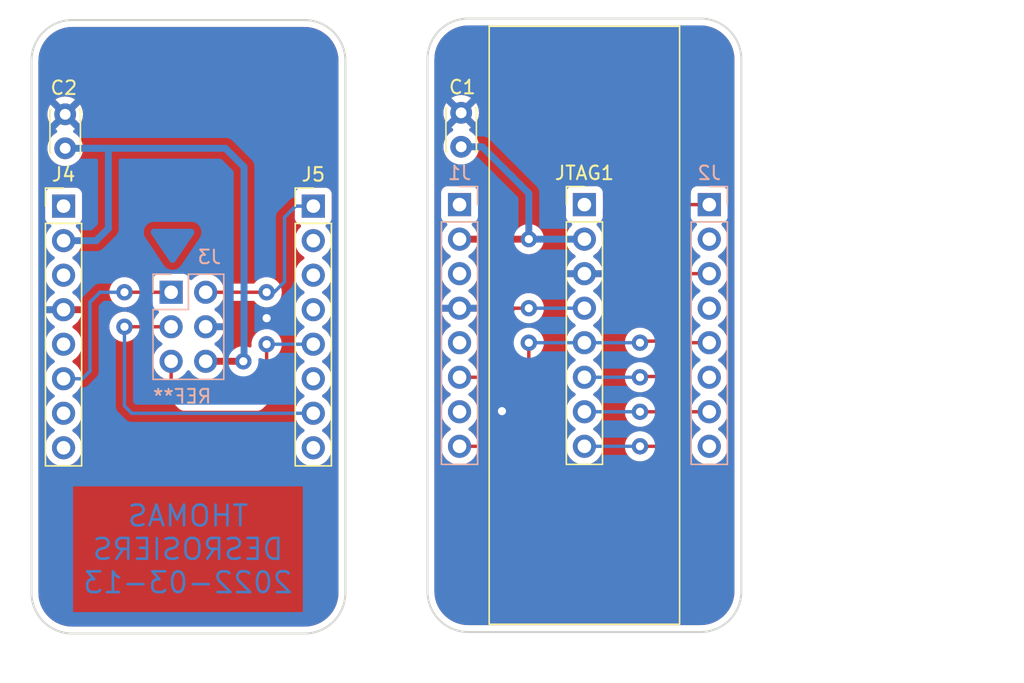
<source format=kicad_pcb>
(kicad_pcb (version 20211014) (generator pcbnew)
  (title_block (title "JTAG_ISP") (date "2022-03-12") (rev "v1.0.0"))
  (layers (0 "F.Cu" signal) (31 "B.Cu" signal) (34 "B.Paste" user) (35 "F.Paste" user) (36 "B.SilkS" user "B.Silkscreen") (37 "F.SilkS" user "F.Silkscreen") (38 "B.Mask" user) (39 "F.Mask" user) (44 "Edge.Cuts" user))
  (net 0 "")
  (net 1 "+5V")
  (net 2 "GND")
  (net 3 "MISO")
  (net 4 "SCLK")
  (net 5 "RESET")
  (net 6 "MOSI")
  (net 13 "Net-(J1-Pad6)")
  (net 15 "Net-(J1-Pad8)")
  (net 17 "Net-(J2-Pad3)")
  (net 19 "Net-(J2-Pad5)")
  (net 21 "Net-(J2-Pad7)")
  (footprint "THOMAS_library:PicKit4-2" (layer "F.Cu") (at 136.073236 72.245474)
    (fp_text reference "JTAG1" (at 0 -2.33) (layer "F.SilkS"))
    (fp_text value "PICkit4")
    (fp_line (start 1.33 1.27) (end 1.33 19.11) (layer "F.SilkS") (width 0.12))
    (fp_line (start -1.33 1.27) (end -1.33 19.11) (layer "F.SilkS") (width 0.12))
    (fp_line (start -1.33 19.11) (end 1.33 19.11) (layer "F.SilkS") (width 0.12))
    (fp_line (start -1.33 0) (end -1.33 -1.33) (layer "F.SilkS") (width 0.12))
    (fp_line (start -1.33 -1.33) (end 0 -1.33) (layer "F.SilkS") (width 0.12))
    (fp_line (start -1.33 1.27) (end 1.33 1.27) (layer "F.SilkS") (width 0.12))
    (fp_rect (start -7 -13.125) (end 7 30.875) (layer "F.SilkS") (width 0.12) (fill none))
    (pad "1" thru_hole rect (at 0 0) (size 1.7 1.7) (drill 1) (layers *.Cu *.Mask))
    (pad "2" thru_hole oval (at 0 2.54) (size 1.7 1.7) (drill 1) (layers *.Cu *.Mask) (net 1 "+5V"))
    (pad "3" thru_hole oval (at 0 5.08) (size 1.7 1.7) (drill 1) (layers *.Cu *.Mask) (net 2 "GND"))
    (pad "4" thru_hole oval (at 0 7.62) (size 1.7 1.7) (drill 1) (layers *.Cu *.Mask) (net 13 "Net-(J1-Pad6)"))
    (pad "5" thru_hole oval (at 0 10.16) (size 1.7 1.7) (drill 1) (layers *.Cu *.Mask) (net 15 "Net-(J1-Pad8)"))
    (pad "6" thru_hole oval (at 0 12.7) (size 1.7 1.7) (drill 1) (layers *.Cu *.Mask) (net 17 "Net-(J2-Pad3)"))
    (pad "7" thru_hole oval (at 0 15.24) (size 1.7 1.7) (drill 1) (layers *.Cu *.Mask) (net 19 "Net-(J2-Pad5)"))
    (pad "8" thru_hole oval (at 0 17.78) (size 1.7 1.7) (drill 1) (layers *.Cu *.Mask) (net 21 "Net-(J2-Pad7)"))
  )
  (footprint "Capacitor_THT:C_Disc_D3.0mm_W2.0mm_P2.50mm" (layer "F.Cu") (at 97.900007 68.099991 90)
    (fp_text reference "C2" (at 4.449991 -0.100007 180) (layer "F.SilkS"))
    (fp_text value "100nF")
    (fp_line (start -0.37 -1.12) (end -0.37 -1.055) (layer "F.SilkS") (width 0.12))
    (fp_line (start 2.87 -1.12) (end 2.87 -1.055) (layer "F.SilkS") (width 0.12))
    (fp_line (start -0.37 -1.12) (end 2.87 -1.12) (layer "F.SilkS") (width 0.12))
    (fp_line (start 2.87 1.055) (end 2.87 1.12) (layer "F.SilkS") (width 0.12))
    (fp_line (start -0.37 1.055) (end -0.37 1.12) (layer "F.SilkS") (width 0.12))
    (fp_line (start -0.37 1.12) (end 2.87 1.12) (layer "F.SilkS") (width 0.12))
    (pad "1" thru_hole circle locked (at 0 0 90) (size 1.6 1.6) (drill 0.8) (layers *.Cu *.Mask) (net 1 "+5V"))
    (pad "2" thru_hole circle locked (at 2.5 0 90) (size 1.6 1.6) (drill 0.8) (layers *.Cu *.Mask) (net 2 "GND"))
  )
  (footprint "Connector_PinHeader_2.54mm:PinHeader_1x08_P2.54mm_Vertical" (layer "F.Cu") (at 97.779992 72.355761)
    (fp_text reference "J4" (at 0 -2.33) (layer "F.SilkS"))
    (fp_text value "Conn_01x08")
    (fp_line (start -1.33 19.11) (end 1.33 19.11) (layer "F.SilkS") (width 0.12))
    (fp_line (start -1.33 1.27) (end 1.33 1.27) (layer "F.SilkS") (width 0.12))
    (fp_line (start -1.33 -1.33) (end 0 -1.33) (layer "F.SilkS") (width 0.12))
    (fp_line (start -1.33 1.27) (end -1.33 19.11) (layer "F.SilkS") (width 0.12))
    (fp_line (start 1.33 1.27) (end 1.33 19.11) (layer "F.SilkS") (width 0.12))
    (fp_line (start -1.33 0) (end -1.33 -1.33) (layer "F.SilkS") (width 0.12))
    (pad "1" thru_hole rect locked (at 0 0) (size 1.7 1.7) (drill 1) (layers *.Cu *.Mask))
    (pad "2" thru_hole oval locked (at 0 2.54) (size 1.7 1.7) (drill 1) (layers *.Cu *.Mask) (net 1 "+5V"))
    (pad "3" thru_hole oval locked (at 0 5.08) (size 1.7 1.7) (drill 1) (layers *.Cu *.Mask))
    (pad "4" thru_hole oval locked (at 0 7.62) (size 1.7 1.7) (drill 1) (layers *.Cu *.Mask) (net 2 "GND"))
    (pad "5" thru_hole oval locked (at 0 10.16) (size 1.7 1.7) (drill 1) (layers *.Cu *.Mask))
    (pad "6" thru_hole oval locked (at 0 12.7) (size 1.7 1.7) (drill 1) (layers *.Cu *.Mask) (net 3 "MISO"))
    (pad "7" thru_hole oval locked (at 0 15.24) (size 1.7 1.7) (drill 1) (layers *.Cu *.Mask))
    (pad "8" thru_hole oval locked (at 0 17.78) (size 1.7 1.7) (drill 1) (layers *.Cu *.Mask))
  )
  (footprint "Capacitor_THT:C_Disc_D3.0mm_W2.0mm_P2.50mm" (layer "F.Cu") (at 127.012217 67.989729 90)
    (fp_text reference "C1" (at 4.389729 0.087783 180) (layer "F.SilkS"))
    (fp_text value "100nF")
    (fp_line (start -0.37 1.12) (end 2.87 1.12) (layer "F.SilkS") (width 0.12))
    (fp_line (start 2.87 1.055) (end 2.87 1.12) (layer "F.SilkS") (width 0.12))
    (fp_line (start -0.37 -1.12) (end -0.37 -1.055) (layer "F.SilkS") (width 0.12))
    (fp_line (start -0.37 -1.12) (end 2.87 -1.12) (layer "F.SilkS") (width 0.12))
    (fp_line (start -0.37 1.055) (end -0.37 1.12) (layer "F.SilkS") (width 0.12))
    (fp_line (start 2.87 -1.12) (end 2.87 -1.055) (layer "F.SilkS") (width 0.12))
    (pad "1" thru_hole circle locked (at 0 0 90) (size 1.6 1.6) (drill 0.8) (layers *.Cu *.Mask) (net 1 "+5V"))
    (pad "2" thru_hole circle locked (at 2.5 0 90) (size 1.6 1.6) (drill 0.8) (layers *.Cu *.Mask) (net 2 "GND"))
  )
  (footprint "Connector_PinHeader_2.54mm:PinHeader_1x08_P2.54mm_Vertical" (layer "F.Cu") (at 116.142008 72.355761)
    (fp_text reference "J5" (at 0 -2.33) (layer "F.SilkS"))
    (fp_text value "Conn_01x08")
    (fp_line (start 1.33 1.27) (end 1.33 19.11) (layer "F.SilkS") (width 0.12))
    (fp_line (start -1.33 1.27) (end 1.33 1.27) (layer "F.SilkS") (width 0.12))
    (fp_line (start -1.33 1.27) (end -1.33 19.11) (layer "F.SilkS") (width 0.12))
    (fp_line (start -1.33 19.11) (end 1.33 19.11) (layer "F.SilkS") (width 0.12))
    (fp_line (start -1.33 -1.33) (end 0 -1.33) (layer "F.SilkS") (width 0.12))
    (fp_line (start -1.33 0) (end -1.33 -1.33) (layer "F.SilkS") (width 0.12))
    (pad "1" thru_hole rect locked (at 0 0) (size 1.7 1.7) (drill 1) (layers *.Cu *.Mask) (net 4 "SCLK"))
    (pad "2" thru_hole oval locked (at 0 2.54) (size 1.7 1.7) (drill 1) (layers *.Cu *.Mask))
    (pad "3" thru_hole oval locked (at 0 5.08) (size 1.7 1.7) (drill 1) (layers *.Cu *.Mask))
    (pad "4" thru_hole oval locked (at 0 7.62) (size 1.7 1.7) (drill 1) (layers *.Cu *.Mask))
    (pad "5" thru_hole oval locked (at 0 10.16) (size 1.7 1.7) (drill 1) (layers *.Cu *.Mask) (net 6 "MOSI"))
    (pad "6" thru_hole oval locked (at 0 12.7) (size 1.7 1.7) (drill 1) (layers *.Cu *.Mask))
    (pad "7" thru_hole oval locked (at 0 15.24) (size 1.7 1.7) (drill 1) (layers *.Cu *.Mask) (net 5 "RESET"))
    (pad "8" thru_hole oval locked (at 0 17.78) (size 1.7 1.7) (drill 1) (layers *.Cu *.Mask))
  )
  (footprint "Connector_PinHeader_2.54mm:PinHeader_1x08_P2.54mm_Vertical" (layer "B.Cu") (at 145.254218 72.245474 180)
    (fp_text reference "J2" (at 0 2.33) (layer "B.SilkS") (effects (justify mirror)))
    (fp_text value "Conn_01x08")
    (fp_line (start -1.33 0) (end -1.33 1.33) (layer "B.SilkS") (width 0.12))
    (fp_line (start -1.33 -19.11) (end 1.33 -19.11) (layer "B.SilkS") (width 0.12))
    (fp_line (start -1.33 -1.27) (end 1.33 -1.27) (layer "B.SilkS") (width 0.12))
    (fp_line (start -1.33 -1.27) (end -1.33 -19.11) (layer "B.SilkS") (width 0.12))
    (fp_line (start -1.33 1.33) (end 0 1.33) (layer "B.SilkS") (width 0.12))
    (fp_line (start 1.33 -1.27) (end 1.33 -19.11) (layer "B.SilkS") (width 0.12))
    (pad "1" thru_hole rect locked (at 0 0 180) (size 1.7 1.7) (drill 1) (layers *.Cu *.Mask) (net 15 "Net-(J1-Pad8)"))
    (pad "2" thru_hole oval locked (at 0 -2.54 180) (size 1.7 1.7) (drill 1) (layers *.Cu *.Mask))
    (pad "3" thru_hole oval locked (at 0 -5.08 180) (size 1.7 1.7) (drill 1) (layers *.Cu *.Mask) (net 17 "Net-(J2-Pad3)"))
    (pad "4" thru_hole oval locked (at 0 -7.62 180) (size 1.7 1.7) (drill 1) (layers *.Cu *.Mask))
    (pad "5" thru_hole oval locked (at 0 -10.16 180) (size 1.7 1.7) (drill 1) (layers *.Cu *.Mask) (net 19 "Net-(J2-Pad5)"))
    (pad "6" thru_hole oval locked (at 0 -12.7 180) (size 1.7 1.7) (drill 1) (layers *.Cu *.Mask))
    (pad "7" thru_hole oval locked (at 0 -15.24 180) (size 1.7 1.7) (drill 1) (layers *.Cu *.Mask) (net 21 "Net-(J2-Pad7)"))
    (pad "8" thru_hole oval locked (at 0 -17.78 180) (size 1.7 1.7) (drill 1) (layers *.Cu *.Mask))
  )
  (footprint "Connector_PinSocket_2.54mm:PinSocket_2x03_P2.54mm_Vertical" (layer "B.Cu") (at 105.689959 78.691791 180)
    (fp_text reference "J3" (at -2.810041 2.591791) (layer "B.SilkS") (effects (justify mirror)))
    (fp_text value "Conn_02x03_Counter_Clockwise")
    (fp_line (start -3.87 1.33) (end -3.87 -6.41) (layer "B.SilkS") (width 0.12))
    (fp_line (start 1.33 -1.27) (end 1.33 -6.41) (layer "B.SilkS") (width 0.12))
    (fp_line (start 1.33 1.33) (end 1.33 0) (layer "B.SilkS") (width 0.12))
    (fp_line (start -3.87 1.33) (end -1.27 1.33) (layer "B.SilkS") (width 0.12))
    (fp_line (start -1.27 1.33) (end -1.27 -1.27) (layer "B.SilkS") (width 0.12))
    (fp_line (start -1.27 -1.27) (end 1.33 -1.27) (layer "B.SilkS") (width 0.12))
    (fp_line (start -3.87 -6.41) (end 1.33 -6.41) (layer "B.SilkS") (width 0.12))
    (fp_line (start 0 1.33) (end 1.33 1.33) (layer "B.SilkS") (width 0.12))
    (pad "1" thru_hole rect locked (at 0 0 180) (size 1.7 1.7) (drill 1) (layers *.Cu *.Mask) (net 3 "MISO"))
    (pad "2" thru_hole oval locked (at -2.54 0 180) (size 1.7 1.7) (drill 1) (layers *.Cu *.Mask) (net 4 "SCLK"))
    (pad "3" thru_hole oval locked (at 0 -2.54 180) (size 1.7 1.7) (drill 1) (layers *.Cu *.Mask) (net 5 "RESET"))
    (pad "4" thru_hole oval locked (at -2.54 -2.54 180) (size 1.7 1.7) (drill 1) (layers *.Cu *.Mask) (net 2 "GND"))
    (pad "5" thru_hole oval locked (at 0 -5.08 180) (size 1.7 1.7) (drill 1) (layers *.Cu *.Mask) (net 6 "MOSI"))
    (pad "6" thru_hole oval locked (at -2.54 -5.08 180) (size 1.7 1.7) (drill 1) (layers *.Cu *.Mask) (net 1 "+5V"))
  )
  (footprint "Connector_PinHeader_2.54mm:PinHeader_1x08_P2.54mm_Vertical" (layer "B.Cu") (at 126.892228 72.245479 180)
    (fp_text reference "J1" (at 0 2.33) (layer "B.SilkS") (effects (justify mirror)))
    (fp_text value "Conn_01x08")
    (fp_line (start -1.33 1.33) (end 0 1.33) (layer "B.SilkS") (width 0.12))
    (fp_line (start 1.33 -1.27) (end 1.33 -19.11) (layer "B.SilkS") (width 0.12))
    (fp_line (start -1.33 -1.27) (end 1.33 -1.27) (layer "B.SilkS") (width 0.12))
    (fp_line (start -1.33 -1.27) (end -1.33 -19.11) (layer "B.SilkS") (width 0.12))
    (fp_line (start -1.33 -19.11) (end 1.33 -19.11) (layer "B.SilkS") (width 0.12))
    (fp_line (start -1.33 0) (end -1.33 1.33) (layer "B.SilkS") (width 0.12))
    (pad "1" thru_hole rect locked (at 0 0 180) (size 1.7 1.7) (drill 1) (layers *.Cu *.Mask))
    (pad "2" thru_hole oval locked (at 0 -2.54 180) (size 1.7 1.7) (drill 1) (layers *.Cu *.Mask) (net 1 "+5V"))
    (pad "3" thru_hole oval locked (at 0 -5.08 180) (size 1.7 1.7) (drill 1) (layers *.Cu *.Mask))
    (pad "4" thru_hole oval locked (at 0 -7.62 180) (size 1.7 1.7) (drill 1) (layers *.Cu *.Mask) (net 2 "GND"))
    (pad "5" thru_hole oval locked (at 0 -10.16 180) (size 1.7 1.7) (drill 1) (layers *.Cu *.Mask))
    (pad "6" thru_hole oval locked (at 0 -12.7 180) (size 1.7 1.7) (drill 1) (layers *.Cu *.Mask) (net 13 "Net-(J1-Pad6)"))
    (pad "7" thru_hole oval locked (at 0 -15.24 180) (size 1.7 1.7) (drill 1) (layers *.Cu *.Mask))
    (pad "8" thru_hole oval locked (at 0 -17.78 180) (size 1.7 1.7) (drill 1) (layers *.Cu *.Mask) (net 15 "Net-(J1-Pad8)"))
  )
  (footprint "THOMAS_library:Fleche" (layer "B.Cu") (at 106.15 75.05 90)
    (fp_text reference "REF**" (at -11.3 0.35 unlocked) (layer "B.SilkS") (effects (justify mirror)))
    (fp_text value "Fleche")
    (fp_line (start 0.625 0.37) (end 0.025 -0.98) (layer "B.Cu") (width 0.508))
    (fp_line (start 0.525 0.545) (end 0.525 -1.305) (layer "B.Cu") (width 0.508))
    (fp_line (start 0.625 -1.33) (end -0.725 -0.38) (layer "B.Cu") (width 0.508))
    (fp_line (start 0.774998 0.995005) (end 0.774998 -1.705005) (layer "B.Cu") (width 0.508))
    (fp_line (start 0.525 0.52) (end -0.725 -0.38) (layer "B.Cu") (width 0.508))
    (fp_line (start 0.725 0.17) (end -0.525 -0.73) (layer "B.Cu") (width 0.508))
    (fp_line (start 0.625 0.37) (end -0.625 -0.53) (layer "B.Cu") (width 0.508))
    (fp_line (start -1.224998 -0.354995) (end 0.774998 -1.705005) (layer "B.Cu") (width 0.508))
    (fp_line (start 0.774998 0.995005) (end -1.225007 -0.354995) (layer "B.Cu") (width 0.508))
  )
  (gr_line (start 140.187227 73.189719) (end 138.837227 72.239719) (layer "F.Cu") (width 0.508))
  (gr_line (start 140.337225 70.864714) (end 138.33722 72.214714) (layer "F.Cu") (width 0.508))
  (gr_line (start 140.087227 71.339719) (end 138.837227 72.239719) (layer "F.Cu") (width 0.508))
  (gr_line (start 140.287227 71.689719) (end 139.037227 72.589719) (layer "F.Cu") (width 0.508))
  (gr_line (start 140.187227 71.489719) (end 138.937227 72.389719) (layer "F.Cu") (width 0.508))
  (gr_line (start 140.337225 70.864714) (end 140.337225 73.564724) (layer "F.Cu") (width 0.508))
  (gr_line (start 140.187227 71.489719) (end 139.587227 72.839719) (layer "F.Cu") (width 0.508))
  (gr_line (start 138.337229 72.214714) (end 140.337225 73.564724) (layer "F.Cu") (width 0.508))
  (gr_line (start 140.087227 71.314719) (end 140.087227 73.164719) (layer "F.Cu") (width 0.508))
  (gr_arc (start 95.422002 61.66358) (mid 96.300682 59.54226) (end 98.422002 58.66358) (layer "Edge.Cuts") (width 0.15))
  (gr_arc (start 124.534229 61.553299) (mid 125.412909 59.431979) (end 127.534229 58.553299) (layer "Edge.Cuts") (width 0.15))
  (gr_line (start 144.612227 58.553299) (end 127.534229 58.553299) (layer "Edge.Cuts") (width 0.15))
  (gr_line (start 98.422002 103.8) (end 115.5 103.8) (layer "Edge.Cuts") (width 0.15))
  (gr_arc (start 115.5 58.66358) (mid 117.62132 59.54226) (end 118.5 61.66358) (layer "Edge.Cuts") (width 0.15))
  (gr_line (start 124.534229 61.553299) (end 124.534229 100.689719) (layer "Edge.Cuts") (width 0.15))
  (gr_line (start 95.422002 61.66358) (end 95.422002 100.8) (layer "Edge.Cuts") (width 0.15))
  (gr_arc (start 127.534229 103.689719) (mid 125.412909 102.811039) (end 124.534229 100.689719) (layer "Edge.Cuts") (width 0.15))
  (gr_arc (start 98.422002 103.8) (mid 96.300682 102.92132) (end 95.422002 100.8) (layer "Edge.Cuts") (width 0.15))
  (gr_arc (start 147.612227 100.689719) (mid 146.733547 102.811039) (end 144.612227 103.689719) (layer "Edge.Cuts") (width 0.15))
  (gr_line (start 115.5 58.66358) (end 98.422002 58.66358) (layer "Edge.Cuts") (width 0.15))
  (gr_line (start 127.534229 103.689719) (end 144.612227 103.689719) (layer "Edge.Cuts") (width 0.15))
  (gr_line (start 147.612227 100.689719) (end 147.612227 61.553299) (layer "Edge.Cuts") (width 0.15))
  (gr_arc (start 118.5 100.8) (mid 117.62132 102.92132) (end 115.5 103.8) (layer "Edge.Cuts") (width 0.15))
  (gr_line (start 118.5 100.8) (end 118.5 61.66358) (layer "Edge.Cuts") (width 0.15))
  (gr_arc (start 144.612227 58.553299) (mid 146.733547 59.431979) (end 147.612227 61.553299) (layer "Edge.Cuts") (width 0.15))
  (gr_text "THOMAS\nDESROSIERS\n2022-03-13" (at 106.925 97.6) (layer "B.Cu") (effects (font (size 1.524 1.524) (thickness 0.1905)) (justify mirror)))
  (segment (start 108.229962 83.771797) (end 110.996797 83.771797) (width 0.508) (layer "F.Cu") (net 1))
  (segment (start 126.892228 74.785479) (end 131.986467 74.785479) (width 0.508) (layer "F.Cu") (net 1))
  (via (at 131.986467 74.785479) (size 1.2) (drill 0.6) (layers "F.Cu" "B.Cu") (net 1))
  (via (at 110.996797 83.771797) (size 1.2) (drill 0.6) (layers "F.Cu" "B.Cu") (net 1))
  (segment (start 110.996797 83.771797) (end 111.05 83.718594) (width 0.508) (layer "B.Cu") (net 1))
  (segment (start 100.179233 74.895767) (end 101.075 74) (width 0.508) (layer "B.Cu") (net 1))
  (segment (start 109.675 68.1) (end 99.35 68.1) (width 0.508) (layer "B.Cu") (net 1))
  (segment (start 128.562227 67.989719) (end 131.986467 71.413959) (width 0.508) (layer "B.Cu") (net 1))
  (segment (start 97.779995 74.895767) (end 100.179233 74.895767) (width 0.508) (layer "B.Cu") (net 1))
  (segment (start 101.075 74) (end 101.075 68.4) (width 0.508) (layer "B.Cu") (net 1))
  (segment (start 111.05 69.475) (end 109.675 68.1) (width 0.508) (layer "B.Cu") (net 1))
  (segment (start 99.35 68.1) (end 97.9 68.1) (width 0.508) (layer "B.Cu") (net 1))
  (segment (start 127.012227 67.989719) (end 128.562227 67.989719) (width 0.508) (layer "B.Cu") (net 1))
  (segment (start 101.225 68.1) (end 99.35 68.1) (width 0.508) (layer "B.Cu") (net 1))
  (segment (start 131.986467 71.413959) (end 131.986467 74.785479) (width 0.508) (layer "B.Cu") (net 1))
  (segment (start 136.073228 74.785479) (end 131.986467 74.785479) (width 0.508) (layer "B.Cu") (net 1))
  (segment (start 111.05 83.718594) (end 111.05 69.475) (width 0.508) (layer "B.Cu") (net 1))
  (via (at 112.710242 80.599998) (size 1.2) (drill 0.6) (layers "F.Cu" "B.Cu") (net 2))
  (via (at 130.012227 87.439719) (size 1.2) (drill 0.6) (layers "F.Cu" "B.Cu") (net 2))
  (segment (start 105.689962 78.691797) (end 102.258203 78.691797) (width 0.25) (layer "F.Cu") (net 3))
  (via (at 102.258203 78.691797) (size 1.2) (drill 0.6) (layers "F.Cu" "B.Cu") (net 3))
  (segment (start 99.725 84.5) (end 99.169233 85.055767) (width 0.25) (layer "B.Cu") (net 3))
  (segment (start 99.169233 85.055767) (end 97.779995 85.055767) (width 0.25) (layer "B.Cu") (net 3))
  (segment (start 102.258203 78.691797) (end 100.458203 78.691797) (width 0.25) (layer "B.Cu") (net 3))
  (segment (start 99.725 79.425) (end 99.725 84.5) (width 0.25) (layer "B.Cu") (net 3))
  (segment (start 100.458203 78.691797) (end 99.725 79.425) (width 0.25) (layer "B.Cu") (net 3))
  (segment (start 108.229962 78.691797) (end 112.710242 78.691797) (width 0.25) (layer "F.Cu") (net 4))
  (via (at 112.710242 78.691797) (size 1.2) (drill 0.6) (layers "F.Cu" "B.Cu") (net 4))
  (segment (start 114.025 77.925) (end 113.258203 78.691797) (width 0.25) (layer "B.Cu") (net 4))
  (segment (start 114.844233 72.355767) (end 114.025 73.175) (width 0.25) (layer "B.Cu") (net 4))
  (segment (start 113.258203 78.691797) (end 112.710242 78.691797) (width 0.25) (layer "B.Cu") (net 4))
  (segment (start 116.142011 72.355767) (end 114.844233 72.355767) (width 0.25) (layer "B.Cu") (net 4))
  (segment (start 114.025 77.925) (end 114.025 73.175) (width 0.25) (layer "B.Cu") (net 4))
  (segment (start 105.689962 81.231797) (end 102.258193 81.231797) (width 0.25) (layer "F.Cu") (net 5))
  (via (at 102.258193 81.231797) (size 1.2) (drill 0.6) (layers "F.Cu" "B.Cu") (net 5))
  (segment (start 102.795767 87.595767) (end 116.142011 87.595767) (width 0.25) (layer "B.Cu") (net 5))
  (segment (start 102.258193 81.231797) (end 102.258193 87.058193) (width 0.25) (layer "B.Cu") (net 5))
  (segment (start 102.258193 87.058193) (end 102.795767 87.595767) (width 0.25) (layer "B.Cu") (net 5))
  (segment (start 112.710242 82.515767) (end 112.710242 86.064758) (width 0.25) (layer "F.Cu") (net 6))
  (segment (start 112 86.775) (end 106.675 86.775) (width 0.25) (layer "F.Cu") (net 6))
  (segment (start 105.689962 85.789962) (end 105.689962 83.771797) (width 0.25) (layer "F.Cu") (net 6))
  (segment (start 112.710242 86.064758) (end 112 86.775) (width 0.25) (layer "F.Cu") (net 6))
  (segment (start 106.675 86.775) (end 105.689962 85.789962) (width 0.25) (layer "F.Cu") (net 6))
  (via (at 112.710242 82.515767) (size 1.2) (drill 0.6) (layers "F.Cu" "B.Cu") (net 6))
  (segment (start 112.710242 82.515767) (end 116.142011 82.515767) (width 0.25) (layer "B.Cu") (net 6))
  (segment (start 126.892228 84.945479) (end 129.656467 84.945479) (width 0.25) (layer "F.Cu") (net 13))
  (segment (start 130.936467 79.865479) (end 131.986467 79.865479) (width 0.25) (layer "F.Cu") (net 13))
  (segment (start 130.412227 84.189719) (end 130.412227 80.389719) (width 0.25) (layer "F.Cu") (net 13))
  (segment (start 130.412227 80.389719) (end 130.936467 79.865479) (width 0.25) (layer "F.Cu") (net 13))
  (segment (start 129.656467 84.945479) (end 130.412227 84.189719) (width 0.25) (layer "F.Cu") (net 13))
  (via (at 131.986467 79.865479) (size 1.2) (drill 0.6) (layers "F.Cu" "B.Cu") (net 13))
  (segment (start 136.073228 79.865479) (end 131.986467 79.865479) (width 0.25) (layer "B.Cu") (net 13))
  (segment (start 131.986467 89.265479) (end 131.986467 82.405479) (width 0.25) (layer "F.Cu") (net 15))
  (segment (start 141.712227 81.839719) (end 141.712227 72.789719) (width 0.25) (layer "F.Cu") (net 15))
  (segment (start 140.275749 82.289719) (end 141.262227 82.289719) (width 0.25) (layer "F.Cu") (net 15))
  (segment (start 141.262227 82.289719) (end 141.712227 81.839719) (width 0.25) (layer "F.Cu") (net 15))
  (segment (start 142.262227 72.239719) (end 142.267987 72.245479) (width 0.25) (layer "F.Cu") (net 15))
  (segment (start 142.267987 72.245479) (end 145.254228 72.245479) (width 0.25) (layer "F.Cu") (net 15))
  (segment (start 126.892228 90.025479) (end 131.226467 90.025479) (width 0.25) (layer "F.Cu") (net 15))
  (segment (start 141.712227 72.789719) (end 142.262227 72.239719) (width 0.25) (layer "F.Cu") (net 15))
  (segment (start 140.159989 82.405479) (end 140.275749 82.289719) (width 0.25) (layer "F.Cu") (net 15))
  (segment (start 131.226467 90.025479) (end 131.986467 89.265479) (width 0.25) (layer "F.Cu") (net 15))
  (via (at 131.986467 82.405479) (size 1.2) (drill 0.6) (layers "F.Cu" "B.Cu") (net 15))
  (via (at 140.159989 82.405479) (size 1.2) (drill 0.6) (layers "F.Cu" "B.Cu") (net 15))
  (segment (start 136.073228 82.405479) (end 131.986467 82.405479) (width 0.25) (layer "B.Cu") (net 15))
  (segment (start 136.073228 82.405479) (end 140.159989 82.405479) (width 0.25) (layer "B.Cu") (net 15))
  (segment (start 140.215749 84.889719) (end 141.712227 84.889719) (width 0.25) (layer "F.Cu") (net 17))
  (segment (start 142.262227 84.339719) (end 142.262227 78.039719) (width 0.25) (layer "F.Cu") (net 17))
  (segment (start 142.976467 77.325479) (end 145.254228 77.325479) (width 0.25) (layer "F.Cu") (net 17))
  (segment (start 142.262227 78.039719) (end 142.976467 77.325479) (width 0.25) (layer "F.Cu") (net 17))
  (segment (start 141.712227 84.889719) (end 142.262227 84.339719) (width 0.25) (layer "F.Cu") (net 17))
  (segment (start 140.159989 84.945479) (end 140.215749 84.889719) (width 0.25) (layer "F.Cu") (net 17))
  (via (at 140.159989 84.945479) (size 1.2) (drill 0.6) (layers "F.Cu" "B.Cu") (net 17))
  (segment (start 140.106467 84.945479) (end 140.159989 84.945479) (width 0.25) (layer "B.Cu") (net 17))
  (segment (start 136.073228 84.945479) (end 140.106467 84.945479) (width 0.25) (layer "B.Cu") (net 17))
  (segment (start 140.159989 87.485479) (end 142.066467 87.485479) (width 0.25) (layer "F.Cu") (net 19))
  (segment (start 142.962227 86.589719) (end 142.962227 82.939719) (width 0.25) (layer "F.Cu") (net 19))
  (segment (start 142.066467 87.485479) (end 142.962227 86.589719) (width 0.25) (layer "F.Cu") (net 19))
  (segment (start 143.496467 82.405479) (end 145.254228 82.405479) (width 0.25) (layer "F.Cu") (net 19))
  (segment (start 142.962227 82.939719) (end 143.496467 82.405479) (width 0.25) (layer "F.Cu") (net 19))
  (via (at 140.159989 87.485479) (size 1.2) (drill 0.6) (layers "F.Cu" "B.Cu") (net 19))
  (segment (start 136.073228 87.485479) (end 140.159989 87.485479) (width 0.25) (layer "B.Cu") (net 19))
  (segment (start 142.176467 90.025479) (end 142.912227 89.289719) (width 0.25) (layer "F.Cu") (net 21))
  (segment (start 142.912227 89.289719) (end 142.912227 88.289719) (width 0.25) (layer "F.Cu") (net 21))
  (segment (start 140.159989 90.025479) (end 142.176467 90.025479) (width 0.25) (layer "F.Cu") (net 21))
  (segment (start 142.912227 88.289719) (end 143.716467 87.485479) (width 0.25) (layer "F.Cu") (net 21))
  (segment (start 143.716467 87.485479) (end 145.254228 87.485479) (width 0.25) (layer "F.Cu") (net 21))
  (via (at 140.159989 90.025479) (size 1.2) (drill 0.6) (layers "F.Cu" "B.Cu") (net 21))
  (segment (start 136.073228 90.025479) (end 140.159989 90.025479) (width 0.25) (layer "B.Cu") (net 21))
  (zone (net 2) (net_name "GND") (layers F&B.Cu) (connect_pads (clearance 0.508)) (min_thickness 0.254) (fill yes (thermal_gap 0.508) (thermal_bridge_width 0.508))
    (polygon (pts (xy 149.562227 105.539719) (xy 122.812227 105.039719) (xy 123.062227 57.189719) (xy 149.962227 57.189719)))
  )
  (zone (net 2) (net_name "GND") (layers F&B.Cu) (connect_pads (clearance 0.508)) (min_thickness 0.254) (fill yes (thermal_gap 0.508) (thermal_bridge_width 0.508))
    (polygon (pts (xy 120.45 105.65) (xy 93.7 105.15) (xy 93.95 57.3) (xy 120.85 57.3)))
  )
)
</source>
